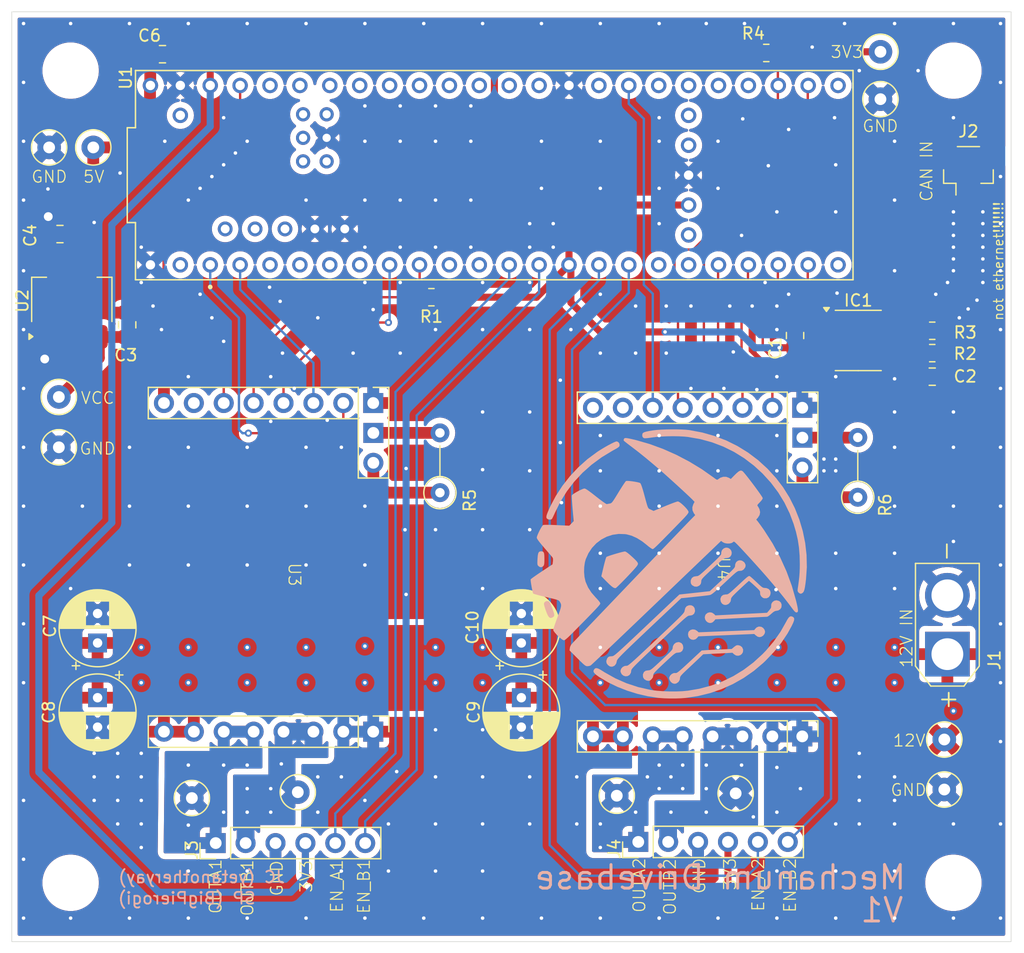
<source format=kicad_pcb>
(kicad_pcb (version 20241229) (generator "pcbnew") (generator_version "9.0")
  (layers (0 "F.Cu" signal "LAYER1") (2 "B.Cu" signal "LAYER2") (13 "F.Paste" user) (15 "B.Paste" user) (5 "F.SilkS" user "F.Silkscreen") (7 "B.SilkS" user "B.Silkscreen") (1 "F.Mask" user) (3 "B.Mask" user) (25 "Edge.Cuts" user))
  (net 0 "")
  (net 1 "GND")
  (net 2 "+3V3")
  (net 3 "Net-(C2-Pad1)")
  (net 4 "C_TX")
  (net 5 "CANN")
  (net 6 "CANP")
  (net 7 "C_RX")
  (net 8 "+12V")
  (net 9 "DIR1")
  (net 10 "PWM1")
  (net 11 "SLP1")
  (net 12 "VCC")
  (net 13 "FLT1")
  (net 14 "Net-(U3-VREF)")
  (net 15 "OUTA1")
  (net 16 "OUTB1")
  (net 19 "DIR2")
  (net 24 "Net-(U3-VREFGND)")
  (net 25 "+5V")
  (net 42 "PWM2")
  (net 46 "FLT2")
  (net 57 "SLP2")
  (net 58 "Net-(U4-VREF)")
  (net 59 "OUTA2")
  (net 60 "OUTB2")
  (net 61 "EN_OUTA1")
  (net 62 "EN_OUTB1")
  (net 63 "EN_OUTB2")
  (net 64 "EN_OUTA2")
  (net 65 "Net-(U4-VREFGND)")
  (net 66 "CS1")
  (net 67 "CS2")
  (net 72 "unconnected-(U1-A1-Pad15)")
  (footprint "Resistor_SMD:R_0805_2012Metric_Pad1.20x1.40mm_HandSolder" (layer "F.Cu") (at 98.2 54.1)
    (property "Reference" "R2")
    (property "Value" "60" (hide yes))
  )
  (footprint "TestPoint:TestPoint_Loop_D1.80mm_Drill1.0mm_Beaded" (layer "F.Cu") (at 24 64)
    (property "Reference" "TP11" (hide yes))
    (property "Value" "~" (hide yes))
  )
  (footprint "Resistor_SMD:R_0805_2012Metric_Pad1.20x1.40mm_HandSolder" (layer "F.Cu") (at 84.1 30.5)
    (property "Reference" "R4")
    (property "Value" "10K" (hide yes))
  )
  (footprint "MountingHole:MountingHole_4.3mm_M4_DIN965" (layer "F.Cu") (at 100 101)
    (property "Reference" "H4" (hide yes))
    (property "Value" "M4" (hide yes))
  )
  (footprint "Resistor_THT:R_Axial_DIN0207_L6.3mm_D2.5mm_P5.08mm_Vertical" (layer "F.Cu") (at 56.375 67.855 90)
    (property "Reference" "R5")
    (property "Value" "20K" (hide yes))
  )
  (footprint "TestPoint:TestPoint_Loop_D1.80mm_Drill1.0mm_Beaded" (layer "F.Cu") (at 44.3 93.3)
    (property "Reference" "TP7" (hide yes))
    (property "Value" "~" (hide yes))
  )
  (footprint "TestPoint:TestPoint_Loop_D1.80mm_Drill1.0mm_Beaded" (layer "F.Cu") (at 93.8 34.425)
    (property "Reference" "TP12" (hide yes))
    (property "Value" "~" (hide yes))
  )
  (footprint "Capacitor_THT:CP_Radial_D6.3mm_P2.50mm" (layer "F.Cu") (at 27.29 80.625 90)
    (property "Reference" "C7")
    (property "Value" "220uF" (hide yes))
  )
  (footprint "TestPoint:TestPoint_Loop_D1.80mm_Drill1.0mm_Beaded" (layer "F.Cu") (at 99.225 88.825)
    (property "Reference" "TP1" (hide yes))
    (property "Value" "~" (hide yes))
  )
  (footprint "Connector_PinHeader_2.54mm:PinHeader_1x06_P2.54mm_Vertical" (layer "F.Cu") (at 37.325 97.625 90)
    (property "Reference" "J3")
    (property "Value" "5 pin dupont" (hide yes))
  )
  (footprint "MountingHole:MountingHole_4.3mm_M4_DIN965" (layer "F.Cu") (at 25 32)
    (property "Reference" "H1" (hide yes))
    (property "Value" "M4" (hide yes))
  )
  (footprint "Connector_PinHeader_2.54mm:PinHeader_1x06_P2.54mm_Vertical" (layer "F.Cu") (at 73.225 97.525 90)
    (property "Reference" "J4")
    (property "Value" "5 pin dupont" (hide yes))
  )
  (footprint "TestPoint:TestPoint_Loop_D1.80mm_Drill1.0mm_Beaded" (layer "F.Cu") (at 35.3 93.8)
    (property "Reference" "TP6" (hide yes))
    (property "Value" "~" (hide yes))
  )
  (footprint "Connector_AMASS:AMASS_XT30U-M_1x02_P5.0mm_Vertical" (layer "F.Cu") (at 99.485 81.575 90)
    (property "Reference" "J1")
    (property "Value" "XT30U-M" (hide yes))
  )
  (footprint "TestPoint:TestPoint_Loop_D1.80mm_Drill1.0mm_Beaded" (layer "F.Cu") (at 26.925 38.525 -90)
    (property "Reference" "TP2" (hide yes))
    (property "Value" "~" (hide yes))
  )
  (footprint "Capacitor_THT:CP_Radial_D6.3mm_P2.50mm" (layer "F.Cu") (at 63.29 80.625 90)
    (property "Reference" "C10")
    (property "Value" "220uF" (hide yes))
  )
  (footprint "Resistor_SMD:R_0805_2012Metric_Pad1.20x1.40mm_HandSolder" (layer "F.Cu") (at 55.65 51.25 180)
    (property "Reference" "R1")
    (property "Value" "10K" (hide yes))
  )
  (footprint "Connector_JST:JST_SH_BM02B-SRSS-TB_1x02-1MP_P1.00mm_Vertical" (layer "F.Cu") (at 101.275 40.465)
    (property "Reference" "J2")
    (property "Value" "BM02B-SRSS-TB" (hide yes))
  )
  (footprint "PolouMotorDriver:Pololu_G2_Motor_Driver_18v17" (layer "F.Cu") (at 93.9675 74.31 -90)
    (property "Reference" "U4")
    (property "Value" "~" (hide yes))
  )
  (footprint "Capacitor_SMD:C_0805_2012Metric_Pad1.18x1.45mm_HandSolder" (layer "F.Cu") (at 86.545 54.505 90)
    (property "Reference" "C1")
    (property "Value" "0.1 uF" (hide yes))
  )
  (footprint "TestPoint:TestPoint_Loop_D1.80mm_Drill1.0mm_Beaded" (layer "F.Cu") (at 93.8 30.4)
    (property "Reference" "TP3" (hide yes))
    (property "Value" "~" (hide yes))
  )
  (footprint "MountingHole:MountingHole_4.3mm_M4_DIN965" (layer "F.Cu") (at 100 32)
    (property "Reference" "H2" (hide yes))
    (property "Value" "M4" (hide yes))
  )
  (footprint "Package_SO:SOIC-8_3.9x4.9mm_P1.27mm" (layer "F.Cu") (at 91.915 54.925)
    (property "Reference" "IC1")
    (property "Value" "TCAN3414DR" (hide yes))
  )
  (footprint "MountingHole:MountingHole_4.3mm_M4_DIN965" (layer "F.Cu") (at 25 101)
    (property "Reference" "H3" (hide yes))
    (property "Value" "M4" (hide yes))
  )
  (footprint "Capacitor_THT:CP_Radial_D6.3mm_P2.50mm" (layer "F.Cu") (at 27.29 85.275 -90)
    (property "Reference" "C8")
    (property "Value" "220uF" (hide yes))
  )
  (footprint "Package_TO_SOT_SMD:SOT-223-3_TabPin2" (layer "F.Cu") (at 25.1 51.465 90)
    (property "Reference" "U2")
    (property "Value" "LD1117S50TR_SOT223" (hide yes))
  )
  (footprint "Capacitor_SMD:C_0805_2012Metric_Pad1.18x1.45mm_HandSolder" (layer "F.Cu") (at 24.095 45.885 180)
    (property "Reference" "C4")
    (property "Value" "0.1 uF" (hide yes))
  )
  (footprint "Resistor_SMD:R_0805_2012Metric_Pad1.20x1.40mm_HandSolder" (layer "F.Cu") (at 98.2 56 180)
    (property "Reference" "R3")
    (property "Value" "60" (hide yes))
  )
  (footprint "TestPoint:TestPoint_Loop_D1.80mm_Drill1.0mm_Beaded" (layer "F.Cu") (at 24 59.725)
    (property "Reference" "TP5" (hide yes))
    (property "Value" "~" (hide yes))
  )
  (footprint "TestPoint:TestPoint_Loop_D1.80mm_Drill1.0mm_Beaded" (layer "F.Cu") (at 99.225 93.075)
    (property "Reference" "TP4" (hide yes))
    (property "Value" "~" (hide yes))
  )
  (footprint "Capacitor_THT:CP_Radial_D6.3mm_P2.50mm" (layer "F.Cu") (at 63.29 85.275 -90)
    (property "Reference" "C9")
    (property "Value" "220uF" (hide yes))
  )
  (footprint "TestPoint:TestPoint_Loop_D1.80mm_Drill1.0mm_Beaded" (layer "F.Cu") (at 81.5 93.4)
    (property "Reference" "TP9" (hide yes))
    (property "Value" "~" (hide yes))
  )
  (footprint "Capacitor_SMD:C_0805_2012Metric_Pad1.18x1.45mm_HandSolder" (layer "F.Cu") (at 98.2 58 180)
    (property "Reference" "C2")
    (property "Value" "560pF" (hide yes))
  )
  (footprint "PolouMotorDriver:Pololu_G2_Motor_Driver_18v17" (layer "F.Cu") (at 57.5175 73.91 -90)
    (property "Reference" "U3")
    (property "Value" "~" (hide yes))
  )
  (footprint "Capacitor_SMD:C_0805_2012Metric_Pad1.18x1.45mm_HandSolder" (layer "F.Cu") (at 32.805 30.605)
    (property "Reference" "C6")
    (property "Value" "0.1 uF" (hide yes))
  )
  (footprint "TestPoint:TestPoint_Loop_D1.80mm_Drill1.0mm_Beaded" (layer "F.Cu") (at 23.175 38.525 180)
    (property "Reference" "TP10" (hide yes))
    (property "Value" "~" (hide yes))
  )
  (footprint "Custom Footprints:Teensy41" (layer "F.Cu") (at 60.99 40.88)
    (property "Reference" "U1")
    (property "Value" "Teensy 4.1" (hide yes))
  )
  (footprint "Capacitor_SMD:C_0805_2012Metric_Pad1.18x1.45mm_HandSolder" (layer "F.Cu") (at 29.805 53.595 90)
    (property "Reference" "C3")
    (property "Value" "0.1 uF" (hide yes))
  )
  (footprint "TestPoint:TestPoint_Loop_D1.80mm_Drill1.0mm_Beaded" (layer "F.Cu") (at 71.4 93.6)
    (property "Reference" "TP8" (hide yes))
    (property "Value" "~" (hide yes))
  )
  (footprint "Resistor_THT:R_Axial_DIN0207_L6.3mm_D2.5mm_P5.08mm_Vertical" (layer "F.Cu") (at 91.875 68.245 90)
    (property "Reference" "R6")
    (property "Value" "20K" (hide yes))
  )
  (footprint "LOGO" (layer "B.Cu") (at 75.8 73.9 180)
    (property "Reference" "G***" (hide yes))
    (property "Value" "LOGO" (hide yes))
  )
  (gr_rect (start 20 27) (end 104.9 106) (stroke (width 0.05)) (fill no) (layer "Edge.Cuts"))
  (gr_text "VCC" (at 25.8 60.4 0) (layer "F.SilkS") (effects (font (size 1 1) (thickness 0.1)) (justify left bottom)))
  (gr_text "EN_A1" (at 48.2 103.6 90) (layer "F.SilkS") (effects (font (size 1 1) (thickness 0.1)) (justify left bottom)))
  (gr_text "12V" (at 94.8 89.5 0) (layer "F.SilkS") (effects (font (size 1 1) (thickness 0.1)) (justify left bottom)))
  (gr_text "GND" (at 94.6 93.7 0) (layer "F.SilkS") (effects (font (size 1 1) (thickness 0.1)) (justify left bottom)))
  (gr_text "GND" (at 21.6 41.6 0) (layer "F.SilkS") (effects (font (size 1 1) (thickness 0.1)) (justify left bottom)))
  (gr_text "5V" (at 26 41.6 0) (layer "F.SilkS") (effects (font (size 1 1) (thickness 0.1)) (justify left bottom)))
  (gr_text "3V3\n" (at 81.6 101.7 90) (layer "F.SilkS") (effects (font (size 1 1) (thickness 0.1)) (justify left bottom)))
  (gr_text "GND\n" (at 43.1 102.2 90) (layer "F.SilkS") (effects (font (size 1 1) (thickness 0.1)) (justify left bottom)))
  (gr_text "OUTB1" (at 40.6 103.9 90) (layer "F.SilkS") (effects (font (size 1 1) (thickness 0.1)) (justify left bottom)))
  (gr_text "GND" (at 79 102 90) (layer "F.SilkS") (effects (font (size 1 1) (thickness 0.1)) (justify left bottom)))
  (gr_text "OUTA1" (at 37.9 103.7 90) (layer "F.SilkS") (effects (font (size 1 1) (thickness 0.1)) (justify left bottom)))
  (gr_text "EN_B2" (at 86.7 103.6 90) (layer "F.SilkS") (effects (font (size 1 1) (thickness 0.1)) (justify left bottom)))
  (gr_text "3V3" (at 45.6 101.9 90) (layer "F.SilkS") (effects (font (size 1 1) (thickness 0.1)) (justify left bottom)))
  (gr_text "EN_A2" (at 84 103.5 90) (layer "F.SilkS") (effects (font (size 1 1) (thickness 0.1)) (justify left bottom)))
  (gr_text "GND" (at 92.2 37.3 0) (layer "F.SilkS") (effects (font (size 1 1) (thickness 0.1)) (justify left bottom)))
  (gr_text "3V3" (at 89.5 31 0) (layer "F.SilkS") (effects (font (size 1 1) (thickness 0.1)) (justify left bottom)))
  (gr_text "EN_B1" (at 50.5 103.7 90) (layer "F.SilkS") (effects (font (size 1 1) (thickness 0.1)) (justify left bottom)))
  (gr_text "GND" (at 25.7 64.7 0) (layer "F.SilkS") (effects (font (size 1 1) (thickness 0.1)) (justify left bottom)))
  (gr_text "OUTB2" (at 76.5 103.8 90) (layer "F.SilkS") (effects (font (size 1 1) (thickness 0.1)) (justify left bottom)))
  (gr_text "12V IN" (at 96.6 82.8 90) (layer "F.SilkS") (effects (font (size 1 1) (thickness 0.1)) (justify left bottom)))
  (gr_text "not ethernet!!!!!!!" (at 104.3 53.3 90) (layer "F.SilkS") (effects (font (size 0.8 0.8) (thickness 0.1)) (justify left bottom)))
  (gr_text "OUTA2" (at 73.9 103.6 90) (layer "F.SilkS") (effects (font (size 1 1) (thickness 0.1)) (justify left bottom)))
  (gr_text "CAN IN" (at 98.3 43.2 90) (layer "F.SilkS") (effects (font (size 1 1) (thickness 0.1)) (justify left bottom)))
  (gr_text "JC (yetanotheryay)" (at 43.3 101.1 0) (layer "B.SilkS") (effects (font (size 1 1)) (justify left bottom mirror)))
  (gr_text "V1" (at 95.9 104.5 0) (layer "B.SilkS") (effects (font (size 2 2) (thickness 0.25)) (justify left bottom mirror)))
  (gr_text "Mechanum Drivebase" (at 96.120837 101.709928 0) (layer "B.SilkS") (effects (font (size 2 2) (thickness 0.25)) (justify left bottom mirror)))
  (gr_text "SP (BigPierogi)" (at 40.8 102.9 0) (layer "B.SilkS") (effects (font (size 1 1)) (justify left bottom mirror)))
  (segment (start 23.0575 44.4425) (end 23.1 44.4) (width 1) (layer "F.Cu") (net 1))
  (segment (start 22.8 54.615) (end 22.8 56.5) (width 1) (layer "F.Cu") (net 1))
  (segment (start 23.0575 45.885) (end 23.0575 44.4425) (width 1) (layer "F.Cu") (net 1))
  (via (at 35 64) (size 0.6) (drill 0.3) (layers "F.Cu" "B.Cu") (net 1))
  (via (at 100 64) (size 0.6) (drill 0.3) (layers "F.Cu" "B.Cu") (net 1))
  (via (at 102.5 48) (size 0.6) (drill 0.3) (layers "F.Cu" "B.Cu") (net 1))
  (via (at 56 71) (size 0.6) (drill 0.3) (layers "F.Cu" "B.Cu") (net 1))
  (via (at 85 69) (size 0.6) (drill 0.3) (layers "F.Cu" "B.Cu") (net 1))
  (via (at 31 94) (size 0.6) (drill 0.3) (layers "F.Cu" "B.Cu") (net 1))
  (via (at 50.7 52.3) (size 0.6) (drill 0.3) (layers "F.Cu" "B.Cu") (net 1))
  (via (at 48 64) (size 0.6) (drill 0.3) (layers "F.Cu" "B.Cu") (net 1))
  (via (at 41.9 50.4) (size 0.6) (drill 0.3) (layers "F.Cu" "B.Cu") (net 1))
  (via (at 92 92) (size 0.6) (drill 0.3) (layers "F.Cu" "B.Cu") (net 1))
  (via (at 98.5 51) (size 0.6) (drill 0.3) (layers "F.Cu" "B.Cu") (net 1))
  (via (at 40 69) (size 0.6) (drill 0.3) (layers "F.Cu" "B.Cu") (net 1))
  (via (at 85 44) (size 0.6) (drill 0.3) (layers "F.Cu" "B.Cu") (net 1))
  (via (at 60 100) (size 0.6) (drill 0.3) (layers "F.Cu" "B.Cu") (net 1))
  (via (at 56 38) (size 0.6) (drill 0.3) (layers "F.Cu" "B.Cu") (net 1))
  (via (at 95 28) (size 0.6) (drill 0.3) (layers "F.Cu" "B.Cu") (net 1))
  (via (at 90 66) (size 0.6) (drill 0.3) (layers "F.Cu" "B.Cu") (net 1))
  (via (at 27 92) (size 0.6) (drill 0.3) (layers "F.Cu" "B.Cu") (net 1))
  (via (at 29 96) (size 0.6) (drill 0.3) (layers "F.Cu" "B.Cu") (net 1))
  (via (at 35 58) (size 0.6) (drill 0.3) (layers "F.Cu" "B.Cu") (net 1))
  (via (at 21 74) (size 0.6) (drill 0.3) (layers "F.Cu" "B.Cu") (net 1))
  (via (at 27 90) (size 0.6) (drill 0.3) (layers "F.Cu" "B.Cu") (net 1))
  (via (at 104 45) (size 0.6) (drill 0.3) (layers "F.Cu" "B.Cu") (net 1))
  (via (at 50 50) (size 0.6) (drill 0.3) (layers "F.Cu" "B.Cu") (net 1))
  (via (at 70 38) (size 0.6) (drill 0.3) (layers "F.Cu" "B.Cu") (net 1))
  (via (at 75 73) (size 0.6) (drill 0.3) (layers "F.Cu" "B.Cu") (net 1))
  (via (at 80 76) (size 0.6) (drill 0.3) (layers "F.Cu" "B.Cu") (net 1))
  (via (at 55 28) (size 0.6) (drill 0.3) (layers "F.Cu" "B.Cu") (net 1))
  (via (at 70 42) (size 0.6) (drill 0.3) (layers "F.Cu" "B.Cu") (net 1))
  (via (at 60 96) (size 0.6) (drill 0.3) (layers "F.Cu" "B.Cu") (net 1))
  (via (at 21 33) (size 0.6) (drill 0.3) (layers "F.Cu" "B.Cu") (net 1))
  (via (at 75 104) (size 0.6) (drill 0.3) (layers "F.Cu" "B.Cu") (net 1))
  (via (at 21 94) (size 0.6) (drill 0.3) (layers "F.Cu" "B.Cu") (net 1))
  (via (at 48 100) (size 0.6) (drill 0.3) (layers "F.Cu" "B.Cu") (net 1))
  (via (at 21 38) (size 0.6) (drill 0.3) (layers "F.Cu" "B.Cu") (net 1))
  (via (at 100 44) (size 0.6) (drill 0.3) (layers "F.Cu" "B.Cu") (net 1))
  (via (at 45 104) (size 0.6) (drill 0.3) (layers "F.Cu" "B.Cu") (net 1))
  (via (at 100 49) (size 0.6) (drill 0.3) (layers "F.Cu" "B.Cu") (net 1))
  (via (at 53 43) (size 0.6) (drill 0.3) (layers "F.Cu" "B.Cu") (net 1))
  (via (at 90 40) (size 0.6) (drill 0.3) (layers "F.Cu" "B.Cu") (net 1))
  (via (at 92 94) (size 0.6) (drill 0.3) (layers "F.Cu" "B.Cu") (net 1))
  (via (at 53.406209 71.006745) (size 0.6) (drill 0.3) (layers "F.Cu" "B.Cu") (net 1))
  (via (at 87 93) (size 0.6) (drill 0.3) (layers "F.Cu" "B.Cu") (net 1))
  (via (at 21 43) (size 0.6) (drill 0.3) (layers "F.Cu" "B.Cu") (net 1))
  (via (at 21 54) (size 0.6) (drill 0.3) (layers "F.Cu" "B.Cu") (net 1))
  (via (at 95 94) (size 0.6) (drill 0.3) (layers "F.Cu" "B.Cu") (net 1))
  (via (at 35 100) (size 0.6) (drill 0.3) (layers "F.Cu" "B.Cu") (net 1))
  (via (at 85 91.2) (size 0.6) (drill 0.3) (layers "F.Cu" "B.Cu") (net 1))
  (via (at 52 100) (size 0.6) (drill 0.3) (layers "F.Cu" "B.Cu") (net 1))
  (via (at 53 56) (size 0.6) (drill 0.3) (layers "F.Cu" "B.Cu") (net 1))
  (via (at 82.25 28) (size 0.6) (drill 0.3) (layers "F.Cu" "B.Cu") (net 1))
  (via (at 64 66) (size 0.6) (drill 0.3) (layers "F.Cu" "B.Cu") (net 1))
  (via (at 56 35) (size 0.6) (drill 0.3) (layers "F.Cu" "B.Cu") (net 1))
  (via (at 100 46) (size 0.6) (drill 0.3) (layers "F.Cu" "B.Cu") (net 1))
  (via (at 90 73) (size 0.6) (drill 0.3) (layers "F.Cu" "B.Cu") (net 1))
  (via (at 95 96) (size 0.6) (drill 0.3) (layers "F.Cu" "B.Cu") (net 1))
  (via (at 50 94) (size 0.6) (drill 0.3) (layers "F.Cu" "B.Cu") (net 1))
  (via (at 85 58) (size 0.6) (drill 0.3) (layers "F.Cu" "B.Cu") (net 1))
  (via (at 56 88) (size 0.6) (drill 0.3) (layers "F.Cu" "B.Cu") (net 1))
  (via (at 59 38) (size 0.6) (drill 0.3) (layers "F.Cu" "B.Cu") (net 1))
  (via (at 56 100) (size 0.6) (drill 0.3) (layers "F.Cu" "B.Cu") (net 1))
  (via (at 35 74) (size 0.6) (drill 0.3) (layers "F.Cu" "B.Cu") (net 1))
  (via (at 32 52) (size 0.6) (drill 0.3) (layers "F.Cu" "B.Cu") (net 1))
  (via (at 85 100) (size 0.6) (drill 0.3) (layers "F.Cu" "B.Cu") (net 1))
  (via (at 82 46) (size 0.6) (drill 0.3) (layers "F.Cu" "B.Cu") (net 1))
  (via (at 102.5 45) (size 0.6) (drill 0.3) (layers "F.Cu" "B.Cu") (net 1))
  (via (at 85 54) (size 0.6) (drill 0.3) (layers "F.Cu" "B.Cu") (net 1))
  (via (at 45 43) (size 0.6) (drill 0.3) (layers "F.Cu" "B.Cu") (net 1))
  (via (at 50 35) (size 0.6) (drill 0.3) (layers "F.Cu" "B.Cu") (net 1))
  (via (at 97 32) (size 0.6) (drill 0.3) (layers "F.Cu" "B.Cu") (net 1))
  (via (at 50 47) (size 0.6) (drill 0.3) (layers "F.Cu" "B.Cu") (net 1))
  (via (at 75 42) (size 0.6) (drill 0.3) (layers "F.Cu" "B.Cu") (net 1))
  (via (at 104 59) (size 0.6) (drill 0.3) (layers "F.Cu" "B.Cu") (net 1))
  (via (at 60 104) (size 0.6) (drill 0.3) (layers "F.Cu" "B.Cu") (net 1))
  (via (at 38 55) (size 0.6) (drill 0.3) (layers "F.Cu" "B.Cu") (net 1))
  (via (at 80 66) (size 0.6) (drill 0.3) (layers "F.Cu" "B.Cu") (net 1))
  (via (at 100 48) (size 0.6) (drill 0.3) (layers "F.Cu" "B.Cu") (net 1))
  (via (at 104 33) (size 0.6) (drill 0.3) (layers "F.Cu" "B.Cu") (net 1))
  (via (at 90.111341 50.901415) (size 0.6) (drill 0.3) (layers "F.Cu" "B.Cu") (net 1))
  (via (at 100 72) (size 0.6) (drill 0.3) (layers "F.Cu" "B.Cu") (net 1))
  (via (at 52.7 91.551761) (size 0.6) (drill 0.3) (layers "F.Cu" "B.Cu") (net 1))
  (via (at 100 61) (size 0.6) (drill 0.3) (layers "F.Cu" "B.Cu") (net 1))
  (via (at 75 63) (size 0.6) (drill 0.3) (layers "F.Cu" "B.Cu") (net 1))
  (via (at 23.1 44.4) (size 1.5) (drill 0.75) (layers "F.Cu" "B.Cu") (net 1))
  (via (at 31 92) (size 0.6) (drill 0.3) (layers "F.Cu" "B.Cu") (net 1))
  (via (at 45 28) (size 0.6) (drill 0.3) (layers "F.Cu" "B.Cu") (net 1))
  (via (at 65 42) (size 0.6) (drill 0.3) (layers "F.Cu" "B.Cu") (net 1))
  (via (at 70 51) (size 0.6) (drill 0.3) (layers "F.Cu" "B.Cu") (net 1))
  (via (at 68 92) (size 0.6) (drill 0.3) (layers "F.Cu" "B.Cu") (net 1))
  (via (at 104 89) (size 0.6) (drill 0.3) (layers "F.Cu" "B.Cu") (net 1))
  (via (at 42.8 51.6) (size 0.6) (drill 0.3) (layers "F.Cu" "B.Cu") (net 1))
  (via (at 50 28) (size 0.6) (drill 0.3) (layers "F.Cu" "B.Cu") (net 1))
  (via (at 64 45) (size 0.6) (drill 0.3) (layers "F.Cu" "B.Cu") (net 1))
  (via (at 39 39) (size 0.6) (drill 0.3) (layers "F.Cu" "B.Cu") (net 1))
  (via (at 38 40) (size 0.6) (drill 0.3) (layers "F.Cu" "B.Cu") (net 1))
  (via (at 77.7 59) (size 0.6) (drill 0.3) (layers "F.Cu" "B.Cu") (net 1))
  (via (at 95 100) (size 0.6) (drill 0.3) (layers "F.Cu" "B.Cu") (net 1))
  (via (at 64 61) (size 0.6) (drill 0.3) (layers "F.Cu" "B.Cu") (net 1))
  (via (at 75 38) (size 0.6) (drill 0.3) (layers "F.Cu" "B.Cu") (net 1))
  (via (at 35 43) (size 0.6) (drill 0.3) (layers "F.Cu" "B.Cu") (net 1))
  (via (at 40 104) (size 0.6) (drill 0.3) (layers "F.Cu" "B.Cu") (net 1))
  (via (at 60 61) (size 0.6) (drill 0.3) (layers "F.Cu" "B.Cu") (net 1))
  (via (at 83.3 59.1) (size 0.6) (drill 0.3) (layers "F.Cu" "B.Cu") (net 1))
  (via (at 99.5 50) (size 0.6) (drill 0.3) (layers "F.Cu" "B.Cu") (net 1))
  (via (at 70 56) (size 0.6) (drill 0.3) (layers "F.Cu" "B.Cu") (net 1))
  (via (at 56 96) (size 0.6) (drill 0.3) (layers "F.Cu" "B.Cu") (net 1))
  (via (at 30 74) (size 0.6) (drill 0.3) (layers "F.Cu" "B.Cu") (net 1))
  (via (at 68 96) (size 0.6) (drill 0.3) (layers "F.Cu" "B.Cu") (net 1))
  (via (at 88 30) (size 0.6) (drill 0.3) (layers "F.Cu" "B.Cu") (net 1))
  (via (at 35 28) (size 0.6) (drill 0.3) (layers "F.Cu" "B.Cu") (net 1))
  (via (at 46 92) (size 0.6) (drill 0.3) (layers "F.Cu" "B.Cu") (net 1))
  (via (at 30 64) (size 0.6) (drill 0.3) (layers "F.Cu" "B.Cu") (net 1))
  (via (at 102.5 46) (size 0.6) (drill 0.3) (layers "F.Cu" "B.Cu") (net 1))
  (via (at 80 73) (size 0.6) (drill 0.3) (layers "F.Cu" "B.Cu") (net 1))
  (via (at 35 104) (size 0.6) (drill 0.3) (layers "F.Cu" "B.Cu") (net 1))
  (via (at 29 92) (size 0.6) (drill 0.3) (layers "F.Cu" "B.Cu") (net 1))
  (via (at 102.5 49) (size 0.6) (drill 0.3) (layers "F.Cu" "B.Cu") (net 1))
  (via (at 29.2 40.7) (size 0.6) (drill 0.3) (layers "F.Cu" "B.Cu") (net 1))
  (via (at 60 71) (size 0.6) (drill 0.3) (layers "F.Cu" "B.Cu") (net 1))
  (via (at 30 28) (size 0.6) (drill 0.3) (layers "F.Cu" "B.Cu") (net 1))
  (via (at 82.1 36.1) (size 0.6) (drill 0.3) (layers "F.Cu" "B.Cu") (net 1))
  (via (at 40 28) (size 0.6) (drill 0.3) (layers "F.Cu" "B.Cu") (net 1))
  (via (at 104 28) (size 0.6) (drill 0.3) (layers "F.Cu" "B.Cu") (net 1))
  (via (at 95 61) (size 0.6) (drill 0.3) (layers "F.Cu" "B.Cu") (net 1))
  (via (at 66.7 68.7) (size 0.6) (drill 0.3) (layers "F.Cu" "B.Cu") (net 1))
  (via (at 60 54) (size 0.6) (drill 0.3) (layers "F.Cu" "B.Cu") (net 1))
  (via (at 95 58.182629) (size 0.6) (drill 0.3) (layers "F.Cu" "B.Cu") (net 1))
  (via (at 95 69) (size 0.6) (drill 0.3) (layers "F.Cu" "B.Cu") (net 1))
  (via (at 66 47) (size 0.6) (drill 0.3) (layers "F.Cu" "B.Cu") (net 1))
  (via (at 73 52) (size 0.6) (drill 0.3) (layers "F.Cu" "B.Cu") (net 1))
  (via (at 21 79) (size 0.6) (drill 0.3) (layers "F.Cu" "B.Cu") (net 1))
  (via (at 80 63) (size 0.6) (drill 0.3) (layers "F.Cu" "B.Cu") (net 1))
  (via (at 82.9 52) (size 0.6) (drill 0.3) (layers "F.Cu" "B.Cu") (net 1))
  (via (at 70 69) (size 0.6) (drill 0.3) (layers "F.Cu" "B.Cu") (net 1))
  (via (at 85 95) (size 0.6) (drill 0.3) (layers "F.Cu" "B.Cu") (net 1))
  (via (at 64 71) (size 0.6) (drill 0.3) (layers "F.Cu" "B.Cu") (net 1))
  (via (at 64 50) (size 0.6) (drill 0.3) (layers "F.Cu" "B.Cu") (net 1))
  (via (at 53 38) (size 0.6) (drill 0.3) (layers "F.Cu" "B.Cu") (net 1))
  (via (at 25 76) (size 0.6) (drill 0.3) (layers "F.Cu" "B.Cu") (net 1))
  (via (at 36 42) (size 0.6) (drill 0.3) (layers "F.Cu" "B.Cu") (net 1))
  (via (at 89.899415 36) (size 0.6) (drill 0.3) (layers "F.Cu" "B.Cu") (net 1))
  (via (at 65 28) (size 0.6) (drill 0.3) (layers "F.Cu" "B.Cu") (net 1))
  (via (at 21 64) (size 0.6) (drill 0.3) (layers "F.Cu" "B.Cu") (net 1))
  (via (at 104 104) (size 0.6) (drill 0.3) (layers "F.Cu" "B.Cu") (net 1))
  (via (at 31 90) (size 0.6) (drill 0.3) (layers "F.Cu" "B.Cu") (net 1))
  (via (at 75 36) (size 0.6) (drill 0.3) (layers "F.Cu" "B.Cu") (net 1))
  (via (at 50 104) (size 0.6) (drill 0.3) (layers "F.Cu" "B.Cu") (net 1))
  (via (at 60 92) (size 0.6) (drill 0.3) (layers "F.Cu" "B.Cu") (net 1))
  (via (at 75.6 56) (size 0.6) (drill 0.3) (layers "F.Cu" "B.Cu") (net 1))
  (via (at 75 104) (size 0.6) (drill 0.3) (layers "F.Cu" "B.Cu") (net 1))
  (via (at 56 54) (size 0.6) (drill 0.3) (layers "F.Cu" "B.Cu") (net 1))
  (via (at 53 35) (size 0.6) (drill 0.3) (layers "F.Cu" "B.Cu") (net 1))
  (via (at 31 96) (size 0.6) (drill 0.3) (layers "F.Cu" "B.Cu") (net 1))
  (via (at 50 38) (size 0.6) (drill 0.3) (layers "F.Cu" "B.Cu") (net 1))
  (via (at 65 104) (size 0.6) (drill 0.3) (layers "F.Cu" "B.Cu") (net 1))
  (via (at 104 69) (size 0.6) (drill 0.3) (layers "F.Cu" "B.Cu") (net 1))
  (via (at 104 74) (size 0.6) (drill 0.3) (layers "F.Cu" "B.Cu") (net 1))
  (via (at 95 92) (size 0.6) (drill 0.3) (layers "F.Cu" "B.Cu") (net 1))
  (via (at 44 59) (size 0.6) (drill 0.3) (layers "F.Cu" "B.Cu") (net 1))
  (via (at 100 47) (size 0.6) (drill 0.3) (layers "F.Cu" "B.Cu") (net 1))
  (via (at 100 45) (size 0.6) (drill 0.3) (layers "F.Cu" "B.Cu") (net 1))
  (via (at 53.5 76.5) (size 0.6) (drill 0.3) (layers "F.Cu" "B.Cu") (net 1))
  (via (at 64 47) (size 0.6) (drill 0.3) (layers "F.Cu" "B.Cu") (net 1))
  (via (at 50 69) (size 0.6) (drill 0.3) (layers "F.Cu" "B.Cu") (net 1))
  (via (at 70 73) (size 0.6) (drill 0.3) (layers "F.Cu" "B.Cu") (net 1))
  (via (at 21 84) (size 0.6) (drill 0.3) (layers "F.Cu" "B.Cu") (net 1))
  (via (at 84.928688 76.092619) (size 0.6) (drill 0.3) (layers "F.Cu" "B.Cu") (net 1))
  (via (at 42 61.8) (size 0.6) (drill 0.3) (layers "F.Cu" "B.Cu") (net 1))
  (via (at 25 28) (size 0.6) (drill 0.3) (layers "F.Cu" "B.Cu") (net 1))
  (via (at 65 38) (size 0.6) (drill 0.3) (layers "F.Cu" "B.Cu") (net 1))
  (via (at 95 76) (size 0.6) (drill 0.3) (layers "F.Cu" "B.Cu") (net 1))
  (via (at 53 50) (size 0.6) (drill 0.3) (layers "F.Cu" "B.Cu") (net 1))
  (via (at 46 95) (size 0.6) (drill 0.3) (layers "F.Cu" "B.Cu") (net 1))
  (via (at 75 76) (size 0.6) (drill 0.3) (layers "F.Cu" "B.Cu") (net 1))
  (via (at 60 88) (size 0.6) (drill 0.3) (layers "F.Cu" "B.Cu") (net 1))
  (via (at 53 47) (size 0.6) (drill 0.3) (layers "F.Cu" "B.Cu") (net 1))
  (via (at 23.07389 42.055923) (size 0.6) (drill 0.3) (layers "F.Cu" "B.Cu") (net 1))
  (via (at 60 50) (size 0.6) (drill 0.3) (layers "F.Cu" "B.Cu") (net 1))
  (via (at 95 104) (size 0.6) (drill 0.3) (layers "F.Cu" "B.Cu") (net 1))
  (via (at 104 49) (size 0.6) (drill 0.3) (layers "F.Cu" "B.Cu") (net 1))
  (via (at 21 28) (size 0.6) (drill 0.3) (layers "F.Cu" "B.Cu") (net 1))
  (via (at 70 63) (size 0.6) (drill 0.3) (layers "F.Cu" "B.Cu") (net 1))
  (via (at 40 100) (size 0.6) (drill 0.3) (layers "F.Cu" "B.Cu") (net 1))
  (via (at 75 66) (size 0.6) (drill 0.3) (layers "F.Cu" "B.Cu") (net 1))
  (via (at 36 51) (size 0.6) (drill 0.3) (layers "F.Cu" "B.Cu") (net 1))
  (via (at 70 76) (size 0.6) (drill 0.3) (layers "F.Cu" "B.Cu") (net 1))
  (via (at 95 64) (size 0.6) (drill 0.3) (layers "F.Cu" "B.Cu") (net 1))
  (via (at 85 66) (size 0.6) (drill 0.3) (layers "F.Cu" "B.Cu") (net 1))
  (via (at 102.5 44) (size 0.6) (drill 0.3) (layers "F.Cu" "B.Cu") (net 1))
  (via (at 56 47) (size 0.6) (drill 0.3) (layers "F.Cu" "B.Cu") (net 1))
  (via (at 70 28) (size 0.6) (drill 0.3) (layers "F.Cu" "B.Cu") (net 1))
  (via (at 37 41) (size 0.6) (drill 0.3) (layers "F.Cu" "B.Cu") (net 1))
  (via (at 38 36) (size 0.6) (drill 0.3) (layers "F.Cu" "B.Cu") (net 1))
  (via (at 73 56) (size 0.6) (drill 0.3) (layers "F.Cu" "B.Cu") (net 1))
  (via (at 75 69) (size 0.6) (drill 0.3) (layers "F.Cu" "B.Cu") (net 1))
  (via (at 80 42) (size 0.6) (drill 0.3) (layers "F.Cu" "B.Cu") (net 1))
  (via (at 80 38) (size 0.6) (drill 0.3) (layers "F.Cu" "B.Cu") (net 1))
  (via (at 31 98) (size 0.6) (drill 0.3) (layers "F.Cu" "B.Cu") (net 1))
  (via (at 80 69) (size 0.6) (drill 0.3) (layers "F.Cu" "B.Cu") (net 1))
  (via (at 80.5 59) (size 0.6) (drill 0.3) (layers "F.Cu" "B.Cu") (net 1))
  (via (at 92 90) (size 0.6) (drill 0.3) (layers "F.Cu" "B.Cu") (net 1))
  (via (at 89 65) (size 0.6) (drill 0.3) (layers "F.Cu" "B.Cu") (net 1))
  (via (at 90 44) (size 0.6) (drill 0.3) (layers "F.Cu" "B.Cu") (net 1))
  (via (at 60 76) (size 0.6) (drill 0.3) (layers "F.Cu" "B.Cu") (net 1))
  (via (at 45 74) (size 0.6) (drill 0.3) (layers "F.Cu" "B.Cu") (net 1))
  (via (at 25 104) (size 0.6) (drill 0.3) (layers "F.Cu" "B.Cu") (net 1))
  (via (at 95 73) (size 0.6) (drill 0.3) (layers "F.Cu" "B.Cu") (net 1))
  (via (at 59 35) (size 0.6) (drill 0.3) (layers "F.Cu" "B.Cu") (net 1))
  (via (at 45 64) (size 0.6) (drill 0.3) (layers "F.Cu" "B.Cu") (net 1))
  (via (at 101.25 52.25) (size 0.6) (drill 0.3) (layers "F.Cu" "B.Cu") (net 1))
  (via (at 21 59) (size 0.6) (drill 0.3) (layers "F.Cu" "B.Cu") (net 1))
  (via (at 56 92) (size 0.6) (drill 0.3) (layers "F.Cu" "B.Cu") (net 1))
  (via (at 55 104) (size 0.6) (drill 0.3) (layers "F.Cu" "B.Cu") (net 1))
  (via (at 67.5 54) (size 0.6) (drill 0.3) (layers "F.Cu" "B.Cu") (net 1))
  (via (at 42 58) (size 0.6) (drill 0.3) (layers "F.Cu" "B.Cu") (net 1))
  (via (at 21 69) (size 0.6) (drill 0.3) (layers "F.Cu" "B.Cu") (net 1))
  (via (at 90 58) (size 0.6) (drill 0.3) (layers "F.Cu" "B.Cu") (net 1))
  (via (at 60 65.9) (size 0.6) (drill 0.3) (layers "F.Cu" "B.Cu") (net 1))
  (via (at 70 104) (size 0.6) (drill 0.3) (layers "F.Cu" "B.Cu") (net 1))
  (via (at 84 50) (size 0.6) (drill 0.3) (layers "F.Cu" "B.Cu") (net 1))
  (via (at 52 96) (size 0.6) (drill 0.3) (layers "F.Cu" "B.Cu") (net 1))
  (via (at 40 74) (size 0.6) (drill 0.3) (layers "F.Cu" "B.Cu") (net 1))
  (via (at 56 43) (size 0.6) (drill 0.3) (layers "F.Cu" "B.Cu") (net 1))
  (via (at 22.8 56.5) (size 1.5) (drill 0.75) (layers "F.Cu" "B.Cu") (net 1))
  (via (at 100 28) (size 0.6) (drill 0.3) (layers "F.Cu" "B.Cu") (net 1))
  (via (at 35 69) (size 0.6) (drill 0.3) (layers "F.Cu" "B.Cu") (net 1))
  (via (at 89 66) (size 0.6) (drill 0.3) (layers "F.Cu" "B.Cu") (net 1))
  (via (at 104 96) (size 0.6) (drill 0.3) (layers "F.Cu" "B.Cu") (net 1))
  (via (at 60 28) (size 0.6) (drill 0.3) (layers "F.Cu" "B.Cu") (net 1))
  (via (at 33 38) (size 0.6) (drill 0.3) (layers "F.Cu" "B.Cu") (net 1))
  (via (at 75 45) (size 0.6) (drill 0.3) (layers "F.Cu" "B.Cu") (net 1))
  (via (at 29 90) (size 0.6) (drill 0.3) (layers "F.Cu" "B.Cu") (net 1))
  (via (at 64 96) (size 0.6) (drill 0.3) (layers "F.Cu" "B.Cu") (net 1))
  (via (at 64 92) (size 0.6) (drill 0.3) (layers "F.Cu" "B.Cu") (net 1))
  (via (at 102.5 50) (size 0.6) (drill 0.3) (layers "F.Cu" "B.Cu") (net 1))
  (via (at 75 28) (size 0.6) (drill 0.3) (layers "F.Cu" "B.Cu") (net 1))
  (via (at 104 54) (size 0.6) (drill 0.3) (layers "F.Cu" "B.Cu") (net 1))
  (via (at 79 28) (size 0.6) (drill 0.3) (layers "F.Cu" "B.Cu") (net 1))
  (via (at 50 43) (size 0.6) (drill 0.3) (layers "F.Cu" "B.Cu") (net 1))
  (via (at 95 49) (size 0.6) (drill 0.3) (layers "F.Cu" "B.Cu") (net 1))
  (via (at 90 100) (size 0.6) (drill 0.3) (layers "F.Cu" "B.Cu") (net 1))
  (via (at 66.6 63.6) (size 0.6) (drill 0.3) (layers "F.Cu" "B.Cu") (net 1))
  (via (at 64 54) (size 0.6) (drill 0.3) (layers "F.Cu" "B.Cu") (net 1))
  (via (at 46 53) (size 0.6) (drill 0.3) (layers "F.Cu" "B.Cu") (net 1))
  (via (at 66.6 58.3) (size 0.6) (drill 0.3) (layers "F.Cu" "B.Cu") (net 1))
  (via (at 92 96) (size 0.6) (drill 0.3) (layers "F.Cu" "B.Cu") (net 1))
  (via (at 84.274528 40.078883) (size 0.6) (drill 0.3) (layers "F.Cu" "B.Cu") (net 1))
  (via (at 75.6 52) (size 0.6) (drill 0.3) (layers "F.Cu" "B.Cu") (net 1))
  (via (at 40 64) (size 0.6) (drill 0.3) (layers "F.Cu" "B.Cu") (net 1))
  (via (at 102.5 47) (size 0.6) (drill 0.3) (layers "F.Cu" "B.Cu") (net 1))
  (via (at 90 65) (size 0.6) (drill 0.3) (layers "F.Cu" "B.Cu") (net 1))
  (via (at 29 94) (size 0.6) (drill 0.3) (layers "F.Cu" "B.Cu") (net 1))
  (via (at 45 69) (size 0.6) (drill 0.3) (layers "F.Cu" "B.Cu") (net 1))
  (via (at 104 41) (size 0.6) (drill 0.3) (layers "F.Cu" "B.Cu") (net 1))
  (via (at 81.3 55.9) (size 0.6) (drill 0.3) (layers "F.Cu" "B.Cu") (net 1))
  (via (at 90.75 28) (size 0.6) (drill 0.3) (layers "F.Cu" "B.Cu") (net 1))
  (via (at 100.5 53) (size 0.6) (drill 0.3) (layers "F.Cu" "B.Cu") (net 1))
  (via (at 26 69) (size 0.6) (drill 0.3) (layers "F.Cu" "B.Cu") (net 1))
  (via (at 31 50) (size 0.6) (drill 0.3) (layers "F.Cu" "B.Cu") (net 1))
  (via (at 100 69) (size 0.6) (drill 0.3) (layers "F.Cu" "B.Cu") (net 1))
  (via (at 46.8 61.7) (size 0.6) (drill 0.3) (layers "F.Cu" "B.Cu") (net 1))
  (via (at 100 36) (size 0.6) (drill 0.3) (layers "F.Cu" "B.Cu") (net 1))
  (via (at 85 73) (size 0.6) (drill 0.3) (layers "F.Cu" "B.Cu") (net 1))
  (via (at 90 96) (size 0.6) (drill 0.3) (layers "F.Cu" "B.Cu") (net 1))
  (via (at 102 51.5) (size 0.6) (drill 0.3) (layers "F.Cu" "B.Cu") (net 1))
  (via (at 50 74) (size 0.6) (drill 0.3) (layers "F.Cu" "B.Cu") (net 1))
  (via (at 81 52) (size 0.6) (drill 0.3) (layers "F.Cu" "B.Cu") (net 1))
  (via (at 59 43) (size 0.6) (drill 0.3) (layers "F.Cu" "B.Cu") (net 1))
  (via (at 86 51) (size 0.6) (drill 0.3) (layers "F.Cu" "B.Cu") (net 1))
  (via (at 53.5 65.8) (size 0.6) (drill 0.3) (layers "F.Cu" "B.Cu") (net 1))
  (via (at 21 49) (size 0.6) (drill 0.3) (layers "F.Cu" "B.Cu") (net 1))
  (via (at 104 79) (size 0.6) (drill 0.3) (layers "F.Cu" "B.Cu") (net 1))
  (via (at 37 53) (size 0.6) (drill 0.3) (layers "F.Cu" "B.Cu") (net 1))
  (via (at 90 76) (size 0.6) (drill 0.3) (layers "F.Cu" "B.Cu") (net 1))
  (via (at 90 104) (size 0.6) (drill 0.3) (layers "F.Cu" "B.Cu") (net 1))
  (via (at 95 38) (size 0.6) (drill 0.3) (layers "F.Cu" "B.Cu") (net 1))
  (via (at 95 43) (size 0.6) (drill 0.3) (layers "F.Cu" "B.Cu") (net 1))
  (via (at 70 66) (size 0.6) (drill 0.3) (layers "F.Cu" "B.Cu") (net 1))
  (via (at 27 44.9) (size 0.6) (drill 0.3) (layers "F.Cu" "B.Cu") (net 1))
  (via (at 85 63) (size 0.6) (drill 0.3) (layers "F.Cu" "B.Cu") (net 1))
  (via (at 49 56) (size 0.6) (drill 0.3) (layers "F.Cu" "B.Cu") (net 1))
  (via (at 100 96) (size 0.6) (drill 0.3) (layers "F.Cu" "B.Cu") (net 1))
  (via (at 77.7 52) (size 0.6) (drill 0.3) (layers "F.Cu" "B.Cu") (net 1))
  (via (at 21 104) (size 0.6) (drill 0.3) (layers "F.Cu" "B.Cu") (net 1))
  (via (at 43 56) (size 0.6) (drill 0.3) (layers "F.Cu" "B.Cu") (net 1))
  (via (at 86 37) (size 0.6) (drill 0.3) (layers "F.Cu" "B.Cu") (net 1))
  (via (at 27 94) (size 0.6) (drill 0.3) (layers "F.Cu" "B.Cu") (net 1))
  (via (at 80 104) (size 0.6) (drill 0.3) (layers "F.Cu" "B.Cu") (net 1))
  (via (at 32.718758 54) (size 0.6) (drill 0.3) (layers "F.Cu" "B.Cu") (net 1))
  (via (at 92 32) (size 0.6) (drill 0.3) (layers "F.Cu" "B.Cu") (net 1))
  (via (at 104 64) (size 0.6) (drill 0.3) (layers "F.Cu" "B.Cu") (net 1))
  (via (at 48 92) (size 0.6) (drill 0.3) (layers "F.Cu" "B.Cu") (net 1))
  (via (at 30 69) (size 0.6) (drill 0.3) (layers "F.Cu" "B.Cu") (net 1))
  (via (at 85 52) (size 0.6) (drill 0.3) (layers "F.Cu" "B.Cu") (net 1))
  (via (at 31 47) (size 0.6) (drill 0.3) (layers "F.Cu" "B.Cu") (net 1))
  (via (at 85 104) (size 0.6) (drill 0.3) (layers "F.Cu" "B.Cu") (net 1))
  (via (at 21 99) (size 0.6) (drill 0.3) (layers "F.Cu" "B.Cu") (net 1))
  (via (at 100 104) (size 0.6) (drill 0.3) (layers "F.Cu" "B.Cu") (net 1))
  (via (at 30 104) (size 0.6) (drill 0.3) (layers "F.Cu" "B.Cu") (net 1))
  (via (at 66 45) (size 0.6) (drill 0.3) (layers "F.Cu" "B.Cu") (net 1))
  (via (at 40 38) (size 0.6) (drill 0.3) (layers "F.Cu" "B.Cu") (net 1))
  (via (at 59 47) (size 0.6) (drill 0.3) (layers "F.Cu" "B.Cu") (net 1))
  (via (at 104 84) (size 0.6) (drill 0.3) (layers "F.Cu" "B.Cu") (net 1))
  (segment (start 61.1 30.5) (end 60.6 30) (width 0.6) (layer "F.Cu") (net 2))
  (segment (start 61.106 30.494) (end 61.6 30) (width 0.6) (layer "F.Cu") (net 2))
  (segment (start 61 42.12) (end 61 30.606) (width 0.6) (layer "F.Cu") (net 2))
  (segment (start 79.7 102.2) (end 80.845 101.055) (width 0.6) (layer "F.Cu") (net 2))
  (segment (start 80.8 30) (end 81.4 30.6) (width 0.6) (layer "F.Cu") (net 2))
  (segment (start 75.5 54.2) (end 70 54.2) (width 0.6) (layer "F.Cu") (net 2))
  (segment (start 61.106 30.5) (end 61.106 30.006) (width 0.6) (layer "F.Cu") (net 2))
  (segment (start 67.34 43.8) (end 67.34 43.78) (width 0.6) (layer "F.Cu") (net 2))
  (segment (start 61.1 30) (end 61.6 30) (width 0.6) (layer "F.Cu") (net 2))
  (segment (start 67.7 43.42) (end 77.5 43.42) (width 0.6) (layer "F.Cu") (net 2))
  (segment (start 61.106 30.5) (end 61.106 30.494) (width 0.6) (layer "F.Cu") (net 2))
  (segment (start 61.6 30) (end 80.8 30) (width 0.6) (layer "F.Cu") (net 2))
  (segment (start 83 30.6) (end 83.1 30.5) (width 0.6) (layer "F.Cu") (net 2))
  (segment (start 46.8 102.2) (end 79.7 102.2) (width 0.6) (layer "F.Cu") (net 2))
  (segment (start 38.5 30.1) (end 36.86 31.74) (width 0.6) (layer "F.Cu") (net 2))
  (segment (start 67 43.42) (end 62.3 43.42) (width 0.6) (layer "F.Cu") (net 2))
  (segment (start 83.9 28.6) (end 89.4 28.6) (width 0.6) (layer "F.Cu") (net 2))
  (segment (start 38.5 30.1) (end 38.6 30) (width 0.6) (layer "F.Cu") (net 2))
  (segment (start 44.945 97.625) (end 44.945 100.345) (width 0.6) (layer "F.Cu") (net 2))
  (segment (start 81.4 30.6) (end 83 30.6) (width 0.6) (layer "F.Cu") (net 2))
  (segment (start 70 54.2) (end 67.5 51.7) (width 0.6) (layer "F.Cu") (net 2))
  (segment (start 83.1 30.5) (end 83.1 29.4) (width 0.6) (layer "F.Cu") (net 2))
  (segment (start 89.4 28.6) (end 91.2 30.4) (width 0.6) (layer "F.Cu") (net 2))
  (segment (start 67.5 51.7) (end 67.5 48.66) (width 0.6) (layer "F.Cu") (net 2))
  (segment (start 91.2 30.4) (end 93.8 30.4) (width 0.6) (layer "F.Cu") (net 2))
  (segment (start 67 43.42) (end 67.3 43.42) (width 0.6) (layer "F.Cu") (net 2))
  (segment (start 67.5 48.66) (end 67.34 48.5) (width 0.6) (layer "F.Cu") (net 2))
  (segment (start 83.1 29.4) (end 83.9 28.6) (width 0.6) (layer "F.Cu") (net 2))
  (segment (start 67.34 43.76) (end 67 43.42) (width 0.6) (layer "F.Cu") (net 2))
  (segment (start 67.34 43.8) (end 67.34 43.46) (width 0.6) (layer "F.Cu") (net 2))
  (segment (start 44.945 100.345) (end 46.8 102.2) (width 0.6) (layer "F.Cu") (net 2))
  (segment (start 38.6 30) (end 60.6 30) (width 0.6) (layer "F.Cu") (net 2))
  (segment (start 36.86 31.74) (end 36.86 33.26) (width 0.6) (layer "F.Cu") (net 2))
  (segment (start 61.106 30.5) (end 61.1 30.5) (width 0.6) (layer "F.Cu") (net 2))
  (segment (start 85.2 55.5425) (end 86.545 55.5425) (width 0.6) (layer "F.Cu") (net 2))
  (segment (start 61.106 30.006) (end 61.1 30) (width 0.6) (layer "F.Cu") (net 2))
  (segment (start 67.34 43.8) (end 67.34 43.76) (width 0.6) (layer "F.Cu") (net 2))
  (segment (start 64.59 51.25) (end 56.65 51.25) (width 0.6) (layer "F.Cu") (net 2))
  (segment (start 67.34 48.5) (end 67.34 43.8) (width 0.6) (layer "F.Cu") (net 2))
  (segment (start 62.3 43.42) (end 61 42.12) (width 0.6) (layer "F.Cu") (net 2))
  (segment (start 61 30.606) (end 61.106 30.5) (width 0.6) (layer "F.Cu") (net 2))
  (segment (start 67.34 48.5) (end 64.59 51.25) (width 0.6) (layer "F.Cu") (net 2))
  (segment (start 80.845 101.055) (end 80.845 97.525) (width 0.6) (layer "F.Cu") (net 2))
  (segment (start 60.6 30) (end 61.1 30) (width 0.6) (layer "F.Cu") (net 2))
  (segment (start 67.3 43.42) (end 67.7 43.42) (width 0.6) (layer "F.Cu") (net 2))
  (segment (start 89.44 55.56) (end 86.3625 55.56) (width 0.6) (layer "F.Cu") (net 2))
  (segment (start 67.34 43.78) (end 67.7 43.42) (width 0.6) (layer "F.Cu") (net 2))
  (via (at 75.5 54.2) (size 0.6) (drill 0.3) (layers "F.Cu" "B.Cu") (net 2))
  (via (at 85.2 55.5425) (size 0.6) (drill 0.3) (layers "F.Cu" "B.Cu") (net 2))
  (segment (start 22.3 91.6) (end 32.5 101.8) (width 0.6) (layer "B.Cu") (net 2))
  (segment (start 22.3 76.6) (end 22.3 91.6) (width 0.6) (layer "B.Cu") (net 2))
  (segment (start 43.7 101.8) (end 44.945 100.555) (width 0.6) (layer "B.Cu") (net 2))
  (segment (start 81.8 54.2) (end 83.1425 55.5425) (width 0.6) (layer "B.Cu") (net 2))
  (segment (start 28.5 45.1) (end 28.5 70.4) (width 0.6) (layer "B.Cu") (net 2))
  (segment (start 36.86 33.26) (end 36.86 36.74) (width 0.6) (layer "B.Cu") (net 2))
  (segment (start 44.945 100.555) (end 44.945 97.625) (width 0.6) (layer "B.Cu") (net 2))
  (segment (start 36.86 36.74) (end 28.5 45.1) (width 0.6) (layer "B.Cu") (net 2))
  (segment (start 28.5 70.4) (end 22.3 76.6) (width 0.6) (layer "B.Cu") (net 2))
  (segment (start 32.5 101.8) (end 43.7 101.8) (width 0.6) (layer "B.Cu") (net 2))
  (segment (start 83.1425 55.5425) (end 85.2 55.5425) (width 0.6) (layer "B.Cu") (net 2))
  (segment (start 75.5 54.2) (end 81.8 54.2) (width 0.6) (layer "B.Cu") (net 2))
  (segment (start 99.2375 58) (end 99.2375 54.1375) (width 0.2) (layer "F.Cu") (net 3))
  (segment (start 87.625 48.485) (end 87.625 52.725) (width 0.2) (layer "F.Cu") (net 4))
  (segment (start 87.92 53.02) (end 89.44 53.02) (width 0.2) (layer "F.Cu") (net 4))
  (segment (start 87.625 52.725) (end 87.92 53.02) (width 0.2) (layer "F.Cu") (net 4))
  (segment (start 101.5 50.215256) (end 101.5 43.227501) (width 0.2) (layer "F.Cu") (net 5))
  (segment (start 98.3 53.415256) (end 101.5 50.215256) (width 0.2) (layer "F.Cu") (net 5))
  (segment (start 101.775 42.952501) (end 101.775 41.79) (width 0.2) (layer "F.Cu") (net 5))
  (segment (start 101.5 43.227501) (end 101.775 42.952501) (width 0.2) (layer "F.Cu") (net 5))
  (segment (start 96.8 55.6) (end 94.43 55.6) (width 0.2) (layer "F.Cu") (net 5))
  (segment (start 97.2 56) (end 98.3 54.9) (width 0.2) (layer "F.Cu") (net 5))
  (segment (start 98.3 54.9) (end 98.3 53.415256) (width 0.2) (layer "F.Cu") (net 5))
  (segment (start 101.05 43.227501) (end 100.775 42.952501) (width 0.2) (layer "F.Cu") (net 6))
  (segment (start 101.05 50.028888) (end 101.05 43.227501) (width 0.2) (layer "F.Cu") (net 6))
  (segment (start 100.775 42.952501) (end 100.775 41.79) (width 0.2) (layer "F.Cu") (net 6))
  (segment (start 97.2 53.878888) (end 101.05 50.028888) (width 0.2) (layer "F.Cu") (net 6))
  (segment (start 97 54.3) (end 94.4 54.3) (width 0.2) (layer "F.Cu") (net 6))
  (segment (start 83.8 51.5) (end 85.085 50.215) (width 0.2) (layer "F.Cu") (net 7))
  (segment (start 83.8 55.6) (end 83.8 51.5) (width 0.2) (layer "F.Cu") (net 7))
  (segment (start 85.085 50.215) (end 85.085 48.485) (width 0.2) (layer "F.Cu") (net 7))
  (segment (start 89.44 56.83) (end 85.03 56.83) (width 0.2) (layer "F.Cu") (net 7))
  (segment (start 85.03 56.83) (end 83.8 55.6) (width 0.2) (layer "F.Cu") (net 7))
  (segment (start 32.9275 88.16) (end 32.56 88.16) (width 1) (layer "F.Cu") (net 8))
  (via (at 56 81) (size 0.6) (drill 0.3) (layers "F.Cu" "B.Cu") (net 8))
  (via (at 60 84) (size 0.6) (drill 0.3) (layers "F.Cu" "B.Cu") (net 8))
  (via (at 90 81) (size 0.6) (drill 0.3) (layers "F.Cu" "B.Cu") (net 8))
  (via (at 95 81) (size 0.6) (drill 0.3) (layers "F.Cu" "B.Cu") (net 8))
  (via (at 35 81) (size 0.6) (drill 0.3) (layers "F.Cu" "B.Cu") (net 8))
  (via (at 40 81) (size 0.6) (drill 0.3) (layers "F.Cu" "B.Cu") (net 8))
  (via (at 75 81) (size 0.6) (drill 0.3) (layers "F.Cu" "B.Cu") (net 8))
  (via (at 70 81) (size 0.6) (drill 0.3) (layers "F.Cu" "B.Cu") (net 8))
  (via (at 31 84) (size 0.6) (drill 0.3) (layers "F.Cu" "B.Cu") (net 8))
  (via (at 70 84) (size 0.6) (drill 0.3) (layers "F.Cu" "B.Cu") (net 8))
  (via (at 40 84) (size 0.6) (drill 0.3) (layers "F.Cu" "B.Cu") (net 8))
  (via (at 45 81) (size 0.6) (drill 0.3) (layers "F.Cu" "B.Cu") (net 8))
  (via (at 95 84) (size 0.6) (drill 0.3) (layers "F.Cu" "B.Cu") (net 8))
  (via (at 75 84) (size 0.6) (drill 0.3) (layers "F.Cu" "B.Cu") (net 8))
  (via (at 80 84) (size 0.6) (drill 0.3) (layers "F.Cu" "B.Cu") (net 8))
  (via (at 85.107236 80.996277) (size 0.6) (drill 0.3) (layers "F.Cu" "B.Cu") (net 8))
  (via (at 100 86.4) (size 0.6) (drill 0.3) (layers "F.Cu" "B.Cu") (net 8))
  (via (at 35 84) (size 0.6) (drill 0.3) (layers "F.Cu" "B.Cu") (net 8))
  (via (at 45 84) (size 0.6) (drill 0.3) (layers "F.Cu" "B.Cu") (net 8))
  (via (at 56 84) (size 0.6) (drill 0.3) (layers "F.Cu" "B.Cu") (net 8))
  (via (at 60 81) (size 0.6) (drill 0.3) (layers "F.Cu" "B.Cu") (net 8))
  (via (at 31 81) (size 0.6) (drill 0.3) (layers "F.Cu" "B.Cu") (net 8))
  (via (at 50 80.891929) (size 0.6) (drill 0.3) (layers "F.Cu" "B.Cu") (net 8))
  (via (at 90 83.992573) (size 0.6) (drill 0.3) (layers "F.Cu" "B.Cu") (net 8))
  (via (at 80 81) (size 0.6) (drill 0.3) (layers "F.Cu" "B.Cu") (net 8))
  (via (at 85 84) (size 0.6) (drill 0.3) (layers "F.Cu" "B.Cu") (net 8))
  (via (at 50 84) (size 0.6) (drill 0.3) (layers "F.Cu" "B.Cu") (net 8))
  (segment (start 40.1 62.8) (end 47.3 62.8) (width 0.2) (layer "F.Cu") (net 9))
  (segment (start 48.1675 61.9325) (end 48.1675 60.24) (width 0.2) (layer "F.Cu") (net 9))
  (segment (start 47.3 62.8) (end 48.1675 61.9325) (width 0.2) (layer "F.Cu") (net 9))
  (via (at 40.1 62.8) (size 0.6) (drill 0.3) (layers "F.Cu" "B.Cu") (net 9))
  (segment (start 36.86 50.56) (end 36.86 48.5) (width 0.2) (layer "B.Cu") (net 9))
  (segment (start 40.1 62.8) (end 39.6 62.8) (width 0.2) (layer "B.Cu") (net 9))
  (segment (start 39.6 62.8) (end 39.3 62.5) (width 0.2) (layer "B.Cu") (net 9))
  (segment (start 39.3 53) (end 36.86 50.56) (width 0.2) (layer "B.Cu") (net 9))
  (segment (start 39.3 62.5) (end 39.3 53) (width 0.2) (layer "B.Cu") (net 9))
  (segment (start 45.6275 56.8275) (end 39.4 50.6) (width 0.2) (layer "B.Cu") (net 10))
  (segment (start 45.6275 60.24) (end 45.6275 56.8275) (width 0.2) (layer "B.Cu") (net 10))
  (segment (start 39.4 50.6) (end 39.4 48.5) (width 0.2) (layer "B.Cu") (net 10))
  (segment (start 52 53.4) (end 47.7 53.4) (width 0.2) (layer "F.Cu") (net 11))
  (segment (start 47.7 53.4) (end 43.0875 58.0125) (width 0.2) (layer "F.Cu") (net 11))
  (segment (start 43.0875 58.0125) (end 43.0875 60.24) (width 0.2) (layer "F.Cu") (net 11))
  (via (at 52 53.4) (size 0.6) (drill 0.3) (layers "F.Cu" "B.Cu") (net 11))
  (segment (start 52.1 53.3) (end 52.1 48.5) (width 0.2) (layer "B.Cu") (net 11))
  (segment (start 52 53.4) (end 52.1 53.3) (width 0.2) (layer "B.Cu") (net 11))
  (segment (start 27.4 56.4) (end 27.4 54.615) (width 1) (layer "F.Cu") (net 12))
  (segment (start 29.805 54.6325) (end 27.4175 54.6325) (width 1) (layer "F.Cu") (net 12))
  (segment (start 29.805 54.6325) (end 30 54.6325) (width 1) (layer "F.Cu") (net 12))
  (segment (start 32.9275 56.2275) (end 32.9275 60.24) (width 1) (layer "F.Cu") (net 12))
  (segment (start 31.3325 54.6325) (end 32.9275 56.2275) (width 1) (layer "F.Cu") (net 12))
  (segment (start 24.075 59.725) (end 27.4 56.4) (width 1) (layer "F.Cu") (net 12))
  (segment (start 30 54.6325) (end 31.3325 54.6325) (width 1) (layer "F.Cu") (net 12))
  (segment (start 45.65 51.25) (end 40.5475 56.3525) (width 0.2) (layer "F.Cu") (net 13))
  (segment (start 54.65 51.25) (end 45.65 51.25) (width 0.2) (layer "F.Cu") (net 13))
  (segment (start 40.5475 56.3525) (end 40.5475 60.24) (width 0.2) (layer "F.Cu") (net 13))
  (segment (start 54.65 51.25) (end 54.65 48.53) (width 0.2) (layer "F.Cu") (net 13))
  (segment (start 50.7175 66.7175) (end 51.855 67.855) (width 1) (layer "F.Cu") (net 14))
  (segment (start 50.7175 65.32) (end 50.7175 66.7175) (width 1) (layer "F.Cu") (net 14))
  (segment (start 51.855 67.855) (end 56.375 67.855) (width 1) (layer "F.Cu") (net 14))
  (via (at 38 91) (size 0.6) (drill 0.3) (layers "F.Cu" "B.Cu") (net 15))
  (via (at 38 95) (size 0.6) (drill 0.3) (layers "F.Cu" "B.Cu") (net 15))
  (via (at 40 91) (size 0.6) (drill 0.3) (layers "F.Cu" "B.Cu") (net 15))
  (via (at 35 91) (size 0.6) (drill 0.3) (layers "F.Cu" "B.Cu") (net 15))
  (via (at 35 96.1) (size 0.6) (drill 0.3) (layers "F.Cu" "B.Cu") (net 15))
  (via (at 35 98) (size 0.6) (drill 0.3) (layers "F.Cu" "B.Cu") (net 15))
  (via (at 42 95) (size 0.6) (drill 0.3) (layers "F.Cu" "B.Cu") (net 16))
  (via (at 42.9 90.9) (size 0.6) (drill 0.3) (layers "F.Cu" "B.Cu") (net 16))
  (via (at 40 95) (size 0.6) (drill 0.3) (layers "F.Cu" "B.Cu") (net 16))
  (via (at 40 93) (size 0.6) (drill 0.3) (layers "F.Cu" "B.Cu") (net 16))
  (via (at 42 93) (size 0.6) (drill 0.3) (layers "F.Cu" "B.Cu") (net 16))
  (segment (start 84.6175 58.7175) (end 82 56.1) (width 0.2) (layer "F.Cu") (net 19))
  (segment (start 82 50.7) (end 82.545 50.155) (width 0.2) (layer "F.Cu") (net 19))
  (segment (start 82 56.1) (end 82 50.7) (width 0.2) (layer "F.Cu") (net 19))
  (segment (start 84.6175 60.64) (end 84.6175 58.7175) (width 0.2) (layer "F.Cu") (net 19))
  (segment (start 82.545 50.155) (end 82.545 48.485) (width 0.2) (layer "F.Cu") (net 19))
  (segment (start 56.375 62.775) (end 50.7225 62.775) (width 1) (layer "F.Cu") (net 24))
  (segment (start 25.1325 43.9675) (end 26.925 42.175) (width 1) (layer "F.Cu") (net 25))
  (segment (start 30.275 38.525) (end 26.925 38.525) (width 1) (layer "F.Cu") (net 25))
  (segment (start 31.745 33.245) (end 31.745 37.055) (width 1) (layer "F.Cu") (net 25))
  (segment (start 26.925 42.175) (end 26.925 38.525) (width 1) (layer "F.Cu") (net 25))
  (segment (start 25.1 48.315) (end 25.1 54.615) (width 1) (layer "F.Cu") (net 25))
  (segment (start 25.1325 45.885) (end 25.1325 43.9675) (width 1) (layer "F.Cu") (net 25))
  (segment (start 31.745 37.055) (end 30.275 38.525) (width 1) (layer "F.Cu") (net 25))
  (segment (start 31.7675 30.605) (end 31.7675 33.2225) (width 1) (layer "F.Cu") (net 25))
  (segment (start 25.1 48.315) (end 25.1 45.9175) (width 1) (layer "F.Cu") (net 25))
  (segment (start 82.0775 58.3775) (end 80.005 56.305) (width 0.2) (layer "F.Cu") (net 42))
  (segment (start 82.0775 60.64) (end 82.0775 58.3775) (width 0.2) (layer "F.Cu") (net 42))
  (segment (start 80.005 56.305) (end 80.005 48.485) (width 0.2) (layer "F.Cu") (net 42))
  (segment (start 76.3 50) (end 76.3 47.7) (width 0.2) (layer "F.Cu") (net 46))
  (segment (start 81.7 43.4) (end 81.7 40.4) (width 0.2) (layer "F.Cu") (net 46))
  (segment (start 76.6 60.2425) (end 76.6 50.3) (width 0.2) (layer "F.Cu") (net 46))
  (segment (start 81.7 40.4) (end 85.085 37.015) (width 0.2) (layer "F.Cu") (net 46))
  (segment (start 76.9975 60.64) (end 76.6 60.2425) (width 0.2) (layer "F.Cu") (net 46))
  (segment (start 76.8 47.2) (end 77.9 47.2) (width 0.2) (layer "F.Cu") (net 46))
  (segment (start 77.9 47.2) (end 81.7 43.4) (width 0.2) (layer "F.Cu") (net 46))
  (segment (start 76.3 47.7) (end 76.8 47.2) (width 0.2) (layer "F.Cu") (net 46))
  (segment (start 76.6 50.3) (end 76.3 50) (width 0.2) (layer "F.Cu") (net 46))
  (segment (start 85.085 37.015) (end 85.085 30.585) (width 0.2) (layer "F.Cu") (net 46))
  (segment (start 78.8 58.6) (end 78.8 47.4) (width 0.2) (layer "F.Cu") (net 57))
  (segment (start 78.8 47.4) (end 87.625 38.575) (width 0.2) (layer "F.Cu") (net 57))
  (segment (start 87.625 38.575) (end 87.625 33.245) (width 0.2) (layer "F.Cu") (net 57))
  (segment (start 79.5375 59.3375) (end 78.8 58.6) (width 0.2) (layer "F.Cu") (net 57))
  (segment (start 79.5375 60.64) (end 79.5375 59.3375) (width 0.2) (layer "F.Cu") (net 57))
  (segment (start 88.345 68.245) (end 91.875 68.245) (width 1) (layer "F.Cu") (net 58))
  (segment (start 87.1675 65.72) (end 87.1675 67.0675) (width 1) (layer "F.Cu") (net 58))
  (segment (start 87.1675 67.0675) (end 88.345 68.245) (width 1) (layer "F.Cu") (net 58))
  (via (at 76 92) (size 0.6) (drill 0.3) (layers "F.Cu" "B.Cu") (net 59))
  (via (at 75 91) (size 0.6) (drill 0.3) (layers "F.Cu" "B.Cu") (net 59))
  (via (at 75 93) (size 0.6) (drill 0.3) (layers "F.Cu" "B.Cu") (net 59))
  (via (at 77 91) (size 0.6) (drill 0.3) (layers "F.Cu" "B.Cu") (net 59))
  (via (at 77 93) (size 0.6) (drill 0.3) (layers "F.Cu" "B.Cu") (net 59))
  (via (at 70 96) (size 0.6) (drill 0.3) (layers "F.Cu" "B.Cu") (net 59))
  (via (at 74 92) (size 0.6) (drill 0.3) (layers "F.Cu" "B.Cu") (net 59))
  (via (at 70 98) (size 0.6) (drill 0.3) (layers "F.Cu" "B.Cu") (net 59))
  (via (at 73 95) (size 0.6) (drill 0.3) (layers "F.Cu" "B.Cu") (net 59))
  (via (at 79 91) (size 0.6) (drill 0.3) (layers "F.Cu" "B.Cu") (net 60))
  (via (at 79 95) (size 0.6) (drill 0.3) (layers "F.Cu" "B.Cu") (net 60))
  (via (at 83 95.4) (size 0.6) (drill 0.3) (layers "F.Cu" "B.Cu") (net 60))
  (via (at 79 93) (size 0.6) (drill 0.3) (layers "F.Cu" "B.Cu") (net 60))
  (via (at 76 95) (size 0.6) (drill 0.3) (layers "F.Cu" "B.Cu") (net 60))
  (via (at 82 91) (size 0.6) (drill 0.3) (layers "F.Cu" "B.Cu") (net 60))
  (segment (start 47.485 97.625) (end 47.485 95.115) (width 0.2) (layer "B.Cu") (net 61))
  (segment (start 52.6 90) (end 52.6 59.3) (width 0.2) (layer "B.Cu") (net 61))
  (segment (start 47.485 95.115) (end 52.6 90) (width 0.2) (layer "B.Cu") (net 61))
  (segment (start 62.26 49.64) (end 62.26 48.5) (width 0.2) (layer "B.Cu") (net 61))
  (segment (start 52.6 59.3) (end 62.26 49.64) (width 0.2) (layer "B.Cu") (net 61))
  (segment (start 64.8 50.9) (end 64.8 48.5) (width 0.2) (layer "B.Cu") (net 62))
  (segment (start 54.4 61.3) (end 64.8 50.9) (width 0.2) (layer "B.Cu") (net 62))
  (segment (start 50.025 97.625) (end 50.025 95.775) (width 0.2) (layer "B.Cu") (net 62))
  (segment (start 50.025 95.775) (end 54.4 91.4) (width 0.2) (layer "B.Cu") (net 62))
  (segment (start 54.4 91.4) (end 54.4 61.3) (width 0.2) (layer "B.Cu") (net 62))
  (segment (start 67.6 83.088846) (end 67.6 81) (width 0.2) (layer "B.Cu") (net 63))
  (segment (start 67.6 81) (end 67.6 55.7) (width 0.2) (layer "B.Cu") (net 63))
  (segment (start 88.3 85.9) (end 70.411154 85.9) (width 0.2) (layer "B.Cu") (net 63))
  (segment (start 89.6 87.2) (end 88.3 85.9) (width 0.2) (layer "B.Cu") (net 63))
  (segment (start 67.6 55.7) (end 72.42 50.88) (width 0.2) (layer "B.Cu") (net 63))
  (segment (start 85.925 97.525) (end 89.6 93.85) (width 0.2) (layer "B.Cu") (net 63))
  (segment (start 72.42 50.88) (end 72.42 48.5) (width 0.2) (layer "B.Cu") (net 63))
  (segment (start 70.411154 85.9) (end 67.6 83.088846) (width 0.2) (layer "B.Cu") (net 63))
  (segment (start 89.6 93.85) (end 89.6 87.2) (width 0.2) (layer "B.Cu") (net 63))
  (segment (start 83.385 99.515) (end 82.5 100.4) (width 0.2) (layer "B.Cu") (net 64))
  (segment (start 82.5 100.4) (end 68.3 100.4) (width 0.2) (layer "B.Cu") (net 64))
  (segment (start 65.7 54) (end 69.88 49.82) (width 0.2) (layer "B.Cu") (net 64))
  (segment (start 69.88 49.82) (end 69.88 48.5) (width 0.2) (layer "B.Cu") (net 64))
  (segment (start 68.3 100.4) (end 65.7 97.8) (width 0.2) (layer "B.Cu") (net 64))
  (segment (start 65.7 97.8) (end 65.7 54) (width 0.2) (layer "B.Cu") (net 64))
  (segment (start 83.385 97.525) (end 83.385 99.515) (width 0.2) (layer "B.Cu") (net 64))
  (segment (start 87.1675 63.18) (end 91.86 63.18) (width 1) (layer "F.Cu") (net 65))
  (segment (start 38.0075 60.24) (end 38.0075 57.1075) (width 0.2) (layer "F.Cu") (net 66))
  (segment (start 38.0075 57.1075) (end 32.9 52) (width 0.2) (layer "F.Cu") (net 66))
  (segment (start 39.4 37.1) (end 39.4 33.26) (width 0.2) (layer "F.Cu") (net 66))
  (segment (start 32.9 52) (end 32.9 43.6) (width 0.2) (layer "F.Cu") (net 66))
  (segment (start 32.9 43.6) (end 39.4 37.1) (width 0.2) (layer "F.Cu") (net 66))
  (segment (start 73.7 50.2) (end 73.7 36.1) (width 0.2) (layer "B.Cu") (net 67))
  (segment (start 74.4575 50.9575) (end 73.7 50.2) (width 0.2) (layer "B.Cu") (net 67))
  (segment (start 72.42 34.82) (end 72.42 33.26) (width 0.2) (layer "B.Cu") (net 67))
  (segment (start 73.7 36.1) (end 72.42 34.82) (width 0.2) (layer "B.Cu") (net 67))
  (segment (start 74.4575 60.64) (end 74.4575 50.9575) (width 0.2) (layer "B.Cu") (net 67))
  (segment (start 59.72 33.26) (end 59.705 33.245) (width 0.2) (layer "F.Cu") (net 72))
  (zone (net 8) (net_name "+12V") (layer "F.Cu") (priority 2) (connect_pads (clearance 0.5)) (min_thickness 0.25) (fill yes (thermal_gap 0.5) (thermal_bridge_width 1))
    (polygon (pts (xy 25.2 79.1) (xy 102.6 79.1) (xy 102.6 90.8) (xy 94.9 90.8) (xy 94.9 86.4) (xy 73.2 86.4) (xy 73.2 90.200341) (xy 67.9 90.182246) (xy 67.9 86.4) (xy 36.7 86.4) (xy 36.7 89.7) (xy 31.2 89.7) (xy 31.2 86.4) (xy 25.2 86.4)))
  )
  (zone (net 16) (net_name "OUTB1") (layers "F.Cu" "B.Cu") (priority 5) (connect_pads (clearance 0.5)) (min_thickness 0.25) (fill yes (thermal_gap 0.5) (thermal_bridge_width 1.5))
    (polygon (pts (xy 41.8 91.8) (xy 38.8 91.8) (xy 38.8 98.5) (xy 41.1 98.5) (xy 41.1 96.1) (xy 44.096804 96.1) (xy 44.1 90.4) (xy 46.9 90.4) (xy 46.9 87.1) (xy 41.8 87.1)))
  )
  (zone (net 1) (net_name "GND") (layers "F.Cu" "B.Cu") (connect_pads (clearance 0.5)) (min_thickness 0.25) (fill yes (thermal_gap 0.5) (thermal_bridge_width 1) (island_removal_mode 2) (island_area_min 3))
    (polygon (pts (xy 106 26) (xy 106 107) (xy 19 107) (xy 19 26)))
  )
  (zone (net 59) (net_name "OUTA2") (layers "F.Cu" "B.Cu") (priority 1) (connect_pads (clearance 0.5)) (min_thickness 0.25) (fill yes (thermal_gap 0.5) (thermal_bridge_width 1))
    (polygon (pts (xy 73.2 91.8) (xy 69.3 91.8) (xy 69.3 98.4) (xy 74.5 98.4) (xy 74.5 93.9) (xy 78.3 93.9) (xy 78.3 87.2) (xy 73.2 87.2)))
  )
  (zone (net 60) (net_name "OUTB2") (layers "F.Cu" "B.Cu") (priority 1) (connect_pads (clearance 0.5)) (min_thickness 0.25) (fill yes (thermal_gap 0.5) (thermal_bridge_width 1.5))
    (polygon (pts (xy 78.5 87.5) (xy 78.5 94) (xy 74.6 94) (xy 74.6 98.4) (xy 77.1 98.4) (xy 77.1 96.2) (xy 83.4 96.2) (xy 83.4 87.5)))
  )
  (zone (net 15) (net_name "OUTA1") (layers "F.Cu" "B.Cu") (priority 4) (connect_pads (clearance 0.5)) (min_thickness 0.25) (fill yes (thermal_gap 0.5) (thermal_bridge_width 1))
    (polygon (pts (xy 36.8 87) (xy 36.8 89.8) (xy 33 89.8) (xy 32.9 98.5) (xy 38.6 98.5) (xy 38.7 91.7) (xy 41.6 91.7) (xy 41.6 87)))
  )
)
</source>
